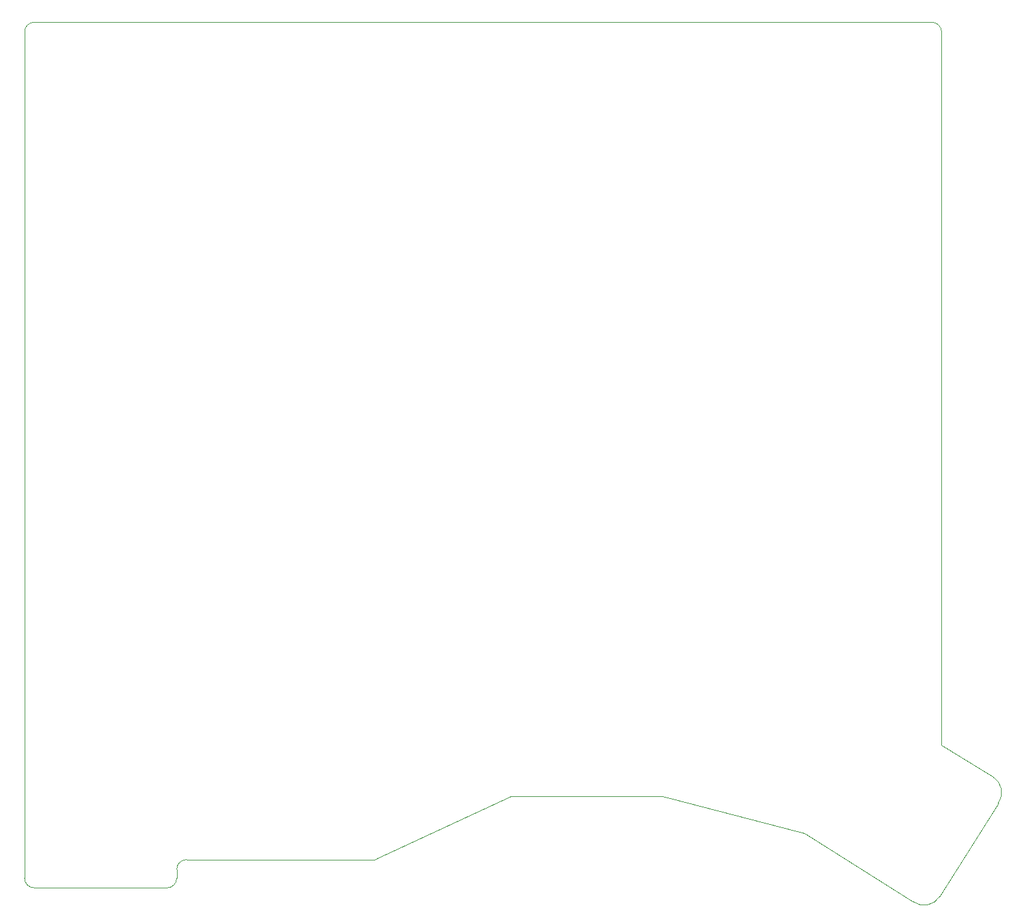
<source format=gm1>
%TF.GenerationSoftware,KiCad,Pcbnew,5.1.10-88a1d61d58~90~ubuntu20.04.1*%
%TF.CreationDate,2021-08-22T16:14:45+02:00*%
%TF.ProjectId,knuckle-pad,6b6e7563-6b6c-4652-9d70-61642e6b6963,rev?*%
%TF.SameCoordinates,Original*%
%TF.FileFunction,Profile,NP*%
%FSLAX46Y46*%
G04 Gerber Fmt 4.6, Leading zero omitted, Abs format (unit mm)*
G04 Created by KiCad (PCBNEW 5.1.10-88a1d61d58~90~ubuntu20.04.1) date 2021-08-22 16:14:45*
%MOMM*%
%LPD*%
G01*
G04 APERTURE LIST*
%TA.AperFunction,Profile*%
%ADD10C,0.050000*%
%TD*%
G04 APERTURE END LIST*
D10*
X208070894Y-135758779D02*
G75*
G03*
X207391000Y-132334000I-1949893J1392780D01*
G01*
X196981221Y-148634894D02*
G75*
G03*
X200406000Y-147955000I1392780J1949893D01*
G01*
X200660000Y-35052000D02*
X200660000Y-128143000D01*
X82169000Y-33782000D02*
X199390000Y-33782000D01*
X80899000Y-145542000D02*
X80899000Y-35052000D01*
X199390000Y-33782000D02*
G75*
G02*
X200660000Y-35052000I0J-1270000D01*
G01*
X80899000Y-35052000D02*
G75*
G02*
X82169000Y-33782000I1270000J0D01*
G01*
X102044500Y-143129000D02*
X116713000Y-143129000D01*
X100774500Y-145542000D02*
X100774500Y-144399000D01*
X82169000Y-146812000D02*
X99504500Y-146812000D01*
X100774500Y-144399000D02*
G75*
G02*
X102044500Y-143129000I1270000J0D01*
G01*
X100774500Y-145542000D02*
G75*
G02*
X99504500Y-146812000I-1270000J0D01*
G01*
X116713000Y-143129000D02*
X126619000Y-143129000D01*
X82169000Y-146812000D02*
G75*
G02*
X80899000Y-145542000I0J1270000D01*
G01*
X207391000Y-132334000D02*
X200660000Y-128143000D01*
X126619000Y-143129000D02*
X126873000Y-143002000D01*
X200406000Y-147955000D02*
X208070894Y-135758779D01*
X182753000Y-139700000D02*
X196981221Y-148634894D01*
X164211000Y-134874000D02*
X182753000Y-139700000D01*
X144399000Y-134874000D02*
X164211000Y-134874000D01*
X126873000Y-143002000D02*
X144399000Y-134874000D01*
M02*

</source>
